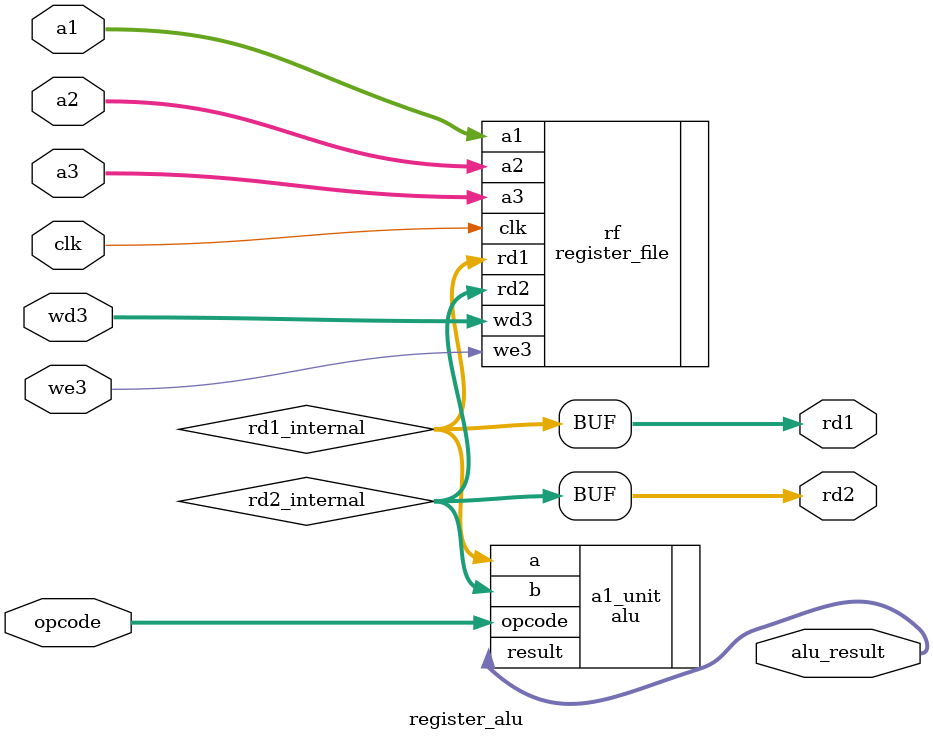
<source format=v>
module register_alu (
    input wire clk,
    input wire we3,
    input wire [4:0] a1, a2, a3,
    input wire [31:0] wd3,
    input wire [1:0] opcode,
    output wire [31:0] rd1, rd2,
    output wire [31:0] alu_result
);
    wire [31:0] rd1_internal, rd2_internal;

    register_file rf (
        .clk(clk), .we3(we3),
        .a1(a1), .a2(a2), .a3(a3),
        .wd3(wd3),
        .rd1(rd1_internal), .rd2(rd2_internal)
    );

    alu a1_unit (
        .a(rd1_internal),
        .b(rd2_internal),
        .opcode(opcode),
        .result(alu_result)
    );

    assign rd1 = rd1_internal;
    assign rd2 = rd2_internal;
endmodule


</source>
